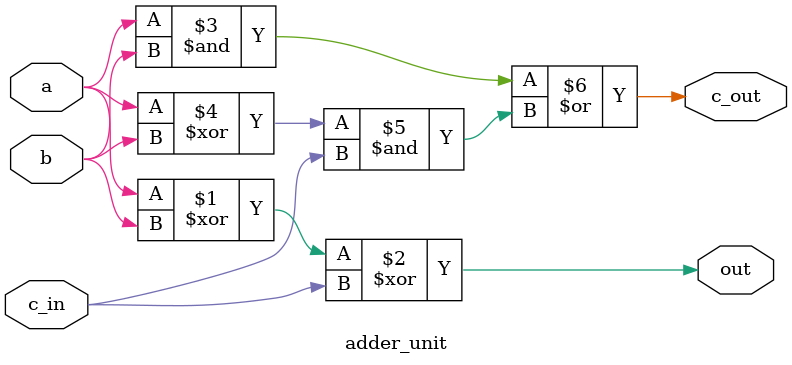
<source format=v>


module adder_unit
    (input a,
    input b,
    input c_in,
    
    output out,
    output c_out);

    assign out = (a ^ b) ^ c_in;
    assign c_out = (a & b) | ((a ^ b) & c_in);

endmodule
</source>
